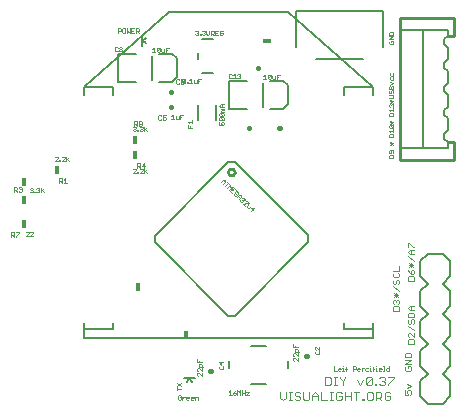
<source format=gto>
G75*
G70*
%OFA0B0*%
%FSLAX24Y24*%
%IPPOS*%
%LPD*%
%AMOC8*
5,1,8,0,0,1.08239X$1,22.5*
%
%ADD10C,0.0010*%
%ADD11C,0.0020*%
%ADD12C,0.0030*%
%ADD13C,0.0160*%
%ADD14C,0.0080*%
%ADD15C,0.0050*%
%ADD16R,0.0280X0.0160*%
%ADD17R,0.0160X0.0280*%
%ADD18C,0.0100*%
D10*
X004760Y005971D02*
X004760Y006121D01*
X004835Y006121D01*
X004860Y006096D01*
X004860Y006046D01*
X004835Y006021D01*
X004760Y006021D01*
X004810Y006021D02*
X004860Y005971D01*
X004908Y005971D02*
X004908Y005996D01*
X005008Y006096D01*
X005008Y006121D01*
X004908Y006121D01*
X005235Y006121D02*
X005260Y006146D01*
X005310Y006146D01*
X005335Y006121D01*
X005335Y006096D01*
X005235Y005996D01*
X005335Y005996D01*
X005383Y005996D02*
X005483Y006096D01*
X005483Y006121D01*
X005458Y006146D01*
X005408Y006146D01*
X005383Y006121D01*
X005383Y005996D02*
X005483Y005996D01*
X005455Y007456D02*
X005405Y007456D01*
X005380Y007481D01*
X005430Y007531D02*
X005455Y007531D01*
X005480Y007506D01*
X005480Y007481D01*
X005455Y007456D01*
X005527Y007456D02*
X005552Y007456D01*
X005552Y007481D01*
X005527Y007481D01*
X005527Y007456D01*
X005601Y007481D02*
X005626Y007456D01*
X005676Y007456D01*
X005701Y007481D01*
X005701Y007506D01*
X005676Y007531D01*
X005651Y007531D01*
X005676Y007531D02*
X005701Y007556D01*
X005701Y007581D01*
X005676Y007606D01*
X005626Y007606D01*
X005601Y007581D01*
X005480Y007581D02*
X005455Y007606D01*
X005405Y007606D01*
X005380Y007581D01*
X005455Y007531D02*
X005480Y007556D01*
X005480Y007581D01*
X005748Y007606D02*
X005748Y007456D01*
X005748Y007506D02*
X005848Y007606D01*
X005773Y007531D02*
X005848Y007456D01*
X006360Y007771D02*
X006360Y007921D01*
X006435Y007921D01*
X006460Y007896D01*
X006460Y007846D01*
X006435Y007821D01*
X006360Y007821D01*
X006410Y007821D02*
X006460Y007771D01*
X006508Y007771D02*
X006608Y007771D01*
X006558Y007771D02*
X006558Y007921D01*
X006508Y007871D01*
X006535Y008496D02*
X006435Y008496D01*
X006535Y008596D01*
X006535Y008621D01*
X006510Y008646D01*
X006460Y008646D01*
X006435Y008621D01*
X006387Y008521D02*
X006387Y008496D01*
X006362Y008496D01*
X006362Y008521D01*
X006387Y008521D01*
X006314Y008496D02*
X006214Y008496D01*
X006314Y008596D01*
X006314Y008621D01*
X006289Y008646D01*
X006239Y008646D01*
X006214Y008621D01*
X006583Y008646D02*
X006583Y008496D01*
X006583Y008546D02*
X006683Y008646D01*
X006608Y008571D02*
X006683Y008496D01*
X005102Y007606D02*
X005102Y007581D01*
X005077Y007556D01*
X005102Y007531D01*
X005102Y007506D01*
X005077Y007481D01*
X005027Y007481D01*
X005002Y007506D01*
X004955Y007481D02*
X004905Y007531D01*
X004930Y007531D02*
X004855Y007531D01*
X004855Y007481D02*
X004855Y007631D01*
X004930Y007631D01*
X004955Y007606D01*
X004955Y007556D01*
X004930Y007531D01*
X005002Y007606D02*
X005027Y007631D01*
X005077Y007631D01*
X005102Y007606D01*
X005077Y007556D02*
X005052Y007556D01*
X008814Y008096D02*
X008914Y008196D01*
X008914Y008221D01*
X008889Y008246D01*
X008839Y008246D01*
X008814Y008221D01*
X008814Y008096D02*
X008914Y008096D01*
X008962Y008096D02*
X008987Y008096D01*
X008987Y008121D01*
X008962Y008121D01*
X008962Y008096D01*
X009035Y008096D02*
X009135Y008196D01*
X009135Y008221D01*
X009110Y008246D01*
X009060Y008246D01*
X009035Y008221D01*
X009060Y008271D02*
X009010Y008321D01*
X009035Y008321D02*
X008960Y008321D01*
X008960Y008271D02*
X008960Y008421D01*
X009035Y008421D01*
X009060Y008396D01*
X009060Y008346D01*
X009035Y008321D01*
X009108Y008346D02*
X009208Y008346D01*
X009183Y008421D02*
X009108Y008346D01*
X009183Y008271D02*
X009183Y008421D01*
X009183Y008246D02*
X009183Y008096D01*
X009135Y008096D02*
X009035Y008096D01*
X009183Y008146D02*
X009283Y008246D01*
X009208Y008171D02*
X009283Y008096D01*
X009283Y009496D02*
X009208Y009571D01*
X009183Y009546D02*
X009283Y009646D01*
X009183Y009646D02*
X009183Y009496D01*
X009135Y009521D02*
X009110Y009496D01*
X009060Y009496D01*
X009035Y009521D01*
X008987Y009521D02*
X008987Y009496D01*
X008962Y009496D01*
X008962Y009521D01*
X008987Y009521D01*
X008914Y009521D02*
X008889Y009496D01*
X008839Y009496D01*
X008814Y009521D01*
X008864Y009571D02*
X008889Y009571D01*
X008914Y009546D01*
X008914Y009521D01*
X008889Y009571D02*
X008914Y009596D01*
X008914Y009621D01*
X008889Y009646D01*
X008839Y009646D01*
X008814Y009621D01*
X008860Y009671D02*
X008860Y009821D01*
X008935Y009821D01*
X008960Y009796D01*
X008960Y009746D01*
X008935Y009721D01*
X008860Y009721D01*
X008910Y009721D02*
X008960Y009671D01*
X009008Y009696D02*
X009008Y009721D01*
X009033Y009746D01*
X009083Y009746D01*
X009108Y009721D01*
X009108Y009696D01*
X009083Y009671D01*
X009033Y009671D01*
X009008Y009696D01*
X009033Y009746D02*
X009008Y009771D01*
X009008Y009796D01*
X009033Y009821D01*
X009083Y009821D01*
X009108Y009796D01*
X009108Y009771D01*
X009083Y009746D01*
X009060Y009646D02*
X009110Y009646D01*
X009135Y009621D01*
X009135Y009596D01*
X009110Y009571D01*
X009135Y009546D01*
X009135Y009521D01*
X009110Y009571D02*
X009085Y009571D01*
X009035Y009621D02*
X009060Y009646D01*
X009660Y009896D02*
X009685Y009871D01*
X009735Y009871D01*
X009760Y009896D01*
X009808Y009896D02*
X009833Y009871D01*
X009883Y009871D01*
X009908Y009896D01*
X009908Y009946D01*
X009883Y009971D01*
X009858Y009971D01*
X009808Y009946D01*
X009808Y010021D01*
X009908Y010021D01*
X009760Y009996D02*
X009735Y010021D01*
X009685Y010021D01*
X009660Y009996D01*
X009660Y009896D01*
X010088Y009896D02*
X010188Y009896D01*
X010138Y009896D02*
X010138Y010046D01*
X010088Y009996D01*
X010235Y009996D02*
X010235Y009921D01*
X010260Y009896D01*
X010335Y009896D01*
X010335Y009996D01*
X010383Y009971D02*
X010433Y009971D01*
X010383Y010046D02*
X010483Y010046D01*
X010383Y010046D02*
X010383Y009896D01*
X010645Y009803D02*
X010795Y009803D01*
X010795Y009753D02*
X010795Y009853D01*
X010695Y009753D02*
X010645Y009803D01*
X010645Y009706D02*
X010645Y009606D01*
X010795Y009606D01*
X010720Y009606D02*
X010720Y009656D01*
X011695Y009706D02*
X011770Y009706D01*
X011745Y009756D01*
X011745Y009781D01*
X011770Y009806D01*
X011820Y009806D01*
X011845Y009781D01*
X011845Y009731D01*
X011820Y009706D01*
X011695Y009706D02*
X011695Y009806D01*
X011720Y009853D02*
X011695Y009878D01*
X011695Y009928D01*
X011720Y009953D01*
X011820Y009853D01*
X011845Y009878D01*
X011845Y009928D01*
X011820Y009953D01*
X011720Y009953D01*
X011720Y010000D02*
X011695Y010025D01*
X011695Y010075D01*
X011720Y010100D01*
X011820Y010000D01*
X011845Y010025D01*
X011845Y010075D01*
X011820Y010100D01*
X011720Y010100D01*
X011745Y010148D02*
X011745Y010173D01*
X011770Y010198D01*
X011745Y010223D01*
X011770Y010248D01*
X011845Y010248D01*
X011845Y010295D02*
X011745Y010295D01*
X011695Y010345D01*
X011745Y010395D01*
X011845Y010395D01*
X011770Y010395D02*
X011770Y010295D01*
X011770Y010198D02*
X011845Y010198D01*
X011845Y010148D02*
X011745Y010148D01*
X011720Y010000D02*
X011820Y010000D01*
X011820Y009853D02*
X011720Y009853D01*
X010983Y011096D02*
X010983Y011246D01*
X011083Y011246D01*
X011033Y011171D02*
X010983Y011171D01*
X010935Y011196D02*
X010935Y011096D01*
X010860Y011096D01*
X010835Y011121D01*
X010835Y011196D01*
X010738Y011246D02*
X010738Y011096D01*
X010688Y011096D02*
X010788Y011096D01*
X010688Y011196D02*
X010738Y011246D01*
X010639Y011121D02*
X010639Y011096D01*
X010614Y011096D01*
X010614Y011121D01*
X010639Y011121D01*
X010567Y011121D02*
X010542Y011096D01*
X010492Y011096D01*
X010467Y011121D01*
X010567Y011221D01*
X010567Y011121D01*
X010508Y011146D02*
X010433Y011146D01*
X010408Y011171D01*
X010408Y011196D01*
X010433Y011221D01*
X010483Y011221D01*
X010508Y011196D01*
X010508Y011096D01*
X010483Y011071D01*
X010433Y011071D01*
X010408Y011096D01*
X010360Y011096D02*
X010335Y011071D01*
X010285Y011071D01*
X010260Y011096D01*
X010260Y011196D01*
X010285Y011221D01*
X010335Y011221D01*
X010360Y011196D01*
X010467Y011221D02*
X010492Y011246D01*
X010542Y011246D01*
X010567Y011221D01*
X010467Y011221D02*
X010467Y011121D01*
X009908Y012130D02*
X009908Y012280D01*
X010008Y012280D01*
X009958Y012205D02*
X009908Y012205D01*
X009860Y012230D02*
X009860Y012130D01*
X009785Y012130D01*
X009760Y012155D01*
X009760Y012230D01*
X009713Y012255D02*
X009613Y012155D01*
X009638Y012130D01*
X009688Y012130D01*
X009713Y012155D01*
X009713Y012255D01*
X009688Y012280D01*
X009638Y012280D01*
X009613Y012255D01*
X009613Y012155D01*
X009566Y012130D02*
X009466Y012130D01*
X009516Y012130D02*
X009516Y012280D01*
X009466Y012230D01*
X009008Y012771D02*
X008958Y012821D01*
X008983Y012821D02*
X008908Y012821D01*
X008908Y012771D02*
X008908Y012921D01*
X008983Y012921D01*
X009008Y012896D01*
X009008Y012846D01*
X008983Y012821D01*
X008860Y012771D02*
X008760Y012771D01*
X008760Y012921D01*
X008860Y012921D01*
X008810Y012846D02*
X008760Y012846D01*
X008713Y012771D02*
X008713Y012921D01*
X008613Y012921D02*
X008613Y012771D01*
X008663Y012821D01*
X008713Y012771D01*
X008566Y012796D02*
X008566Y012896D01*
X008541Y012921D01*
X008491Y012921D01*
X008466Y012896D01*
X008466Y012796D01*
X008491Y012771D01*
X008541Y012771D01*
X008566Y012796D01*
X008418Y012846D02*
X008393Y012821D01*
X008318Y012821D01*
X008318Y012771D02*
X008318Y012921D01*
X008393Y012921D01*
X008418Y012896D01*
X008418Y012846D01*
X008427Y012299D02*
X008452Y012274D01*
X008452Y012249D01*
X008427Y012224D01*
X008377Y012224D01*
X008352Y012249D01*
X008352Y012274D01*
X008377Y012299D01*
X008427Y012299D01*
X008427Y012224D02*
X008452Y012199D01*
X008452Y012174D01*
X008427Y012149D01*
X008377Y012149D01*
X008352Y012174D01*
X008352Y012199D01*
X008377Y012224D01*
X008305Y012174D02*
X008280Y012149D01*
X008230Y012149D01*
X008205Y012174D01*
X008205Y012274D01*
X008230Y012299D01*
X008280Y012299D01*
X008305Y012274D01*
X010897Y012721D02*
X010922Y012696D01*
X010972Y012696D01*
X010997Y012721D01*
X010997Y012746D01*
X010972Y012771D01*
X010947Y012771D01*
X010972Y012771D02*
X010997Y012796D01*
X010997Y012821D01*
X010972Y012846D01*
X010922Y012846D01*
X010897Y012821D01*
X011045Y012721D02*
X011070Y012721D01*
X011070Y012696D01*
X011045Y012696D01*
X011045Y012721D01*
X011118Y012721D02*
X011143Y012696D01*
X011193Y012696D01*
X011218Y012721D01*
X011218Y012746D01*
X011193Y012771D01*
X011168Y012771D01*
X011193Y012771D02*
X011218Y012796D01*
X011218Y012821D01*
X011193Y012846D01*
X011143Y012846D01*
X011118Y012821D01*
X011266Y012846D02*
X011266Y012746D01*
X011316Y012696D01*
X011366Y012746D01*
X011366Y012846D01*
X011413Y012846D02*
X011488Y012846D01*
X011513Y012821D01*
X011513Y012771D01*
X011488Y012746D01*
X011413Y012746D01*
X011463Y012746D02*
X011513Y012696D01*
X011560Y012696D02*
X011660Y012696D01*
X011708Y012721D02*
X011708Y012821D01*
X011733Y012846D01*
X011783Y012846D01*
X011808Y012821D01*
X011808Y012771D02*
X011758Y012771D01*
X011808Y012771D02*
X011808Y012721D01*
X011783Y012696D01*
X011733Y012696D01*
X011708Y012721D01*
X011610Y012771D02*
X011560Y012771D01*
X011560Y012846D02*
X011560Y012696D01*
X011413Y012696D02*
X011413Y012846D01*
X011560Y012846D02*
X011660Y012846D01*
X012030Y011399D02*
X012005Y011374D01*
X012005Y011274D01*
X012030Y011249D01*
X012080Y011249D01*
X012105Y011274D01*
X012152Y011249D02*
X012252Y011249D01*
X012202Y011249D02*
X012202Y011399D01*
X012152Y011349D01*
X012105Y011374D02*
X012080Y011399D01*
X012030Y011399D01*
X012300Y011374D02*
X012325Y011399D01*
X012375Y011399D01*
X012400Y011374D01*
X012400Y011349D01*
X012375Y011324D01*
X012400Y011299D01*
X012400Y011274D01*
X012375Y011249D01*
X012325Y011249D01*
X012300Y011274D01*
X012350Y011324D02*
X012375Y011324D01*
X013166Y011330D02*
X013216Y011380D01*
X013216Y011230D01*
X013166Y011230D02*
X013266Y011230D01*
X013313Y011255D02*
X013413Y011355D01*
X013413Y011255D01*
X013388Y011230D01*
X013338Y011230D01*
X013313Y011255D01*
X013313Y011355D01*
X013338Y011380D01*
X013388Y011380D01*
X013413Y011355D01*
X013460Y011330D02*
X013460Y011255D01*
X013485Y011230D01*
X013560Y011230D01*
X013560Y011330D01*
X013608Y011305D02*
X013658Y011305D01*
X013608Y011380D02*
X013708Y011380D01*
X013608Y011380D02*
X013608Y011230D01*
X017345Y010975D02*
X017370Y011000D01*
X017395Y011000D01*
X017420Y010975D01*
X017420Y010900D01*
X017445Y010853D02*
X017470Y010853D01*
X017495Y010828D01*
X017495Y010778D01*
X017470Y010753D01*
X017470Y010706D02*
X017345Y010706D01*
X017370Y010753D02*
X017395Y010753D01*
X017420Y010778D01*
X017420Y010828D01*
X017445Y010853D01*
X017495Y010900D02*
X017345Y010900D01*
X017345Y010975D01*
X017420Y010975D02*
X017445Y011000D01*
X017470Y011000D01*
X017495Y010975D01*
X017495Y010900D01*
X017370Y010853D02*
X017345Y010828D01*
X017345Y010778D01*
X017370Y010753D01*
X017470Y010706D02*
X017495Y010681D01*
X017495Y010631D01*
X017470Y010606D01*
X017345Y010606D01*
X017370Y010548D02*
X017470Y010448D01*
X017470Y010400D02*
X017495Y010375D01*
X017495Y010325D01*
X017470Y010300D01*
X017495Y010253D02*
X017495Y010153D01*
X017495Y010203D02*
X017345Y010203D01*
X017395Y010153D01*
X017370Y010106D02*
X017345Y010081D01*
X017345Y010006D01*
X017495Y010006D01*
X017495Y010081D01*
X017470Y010106D01*
X017370Y010106D01*
X017370Y010300D02*
X017345Y010325D01*
X017345Y010375D01*
X017370Y010400D01*
X017395Y010400D01*
X017420Y010375D01*
X017445Y010400D01*
X017470Y010400D01*
X017420Y010375D02*
X017420Y010350D01*
X017420Y010448D02*
X017420Y010548D01*
X017470Y010548D02*
X017370Y010448D01*
X017370Y010498D02*
X017470Y010498D01*
X017395Y011048D02*
X017495Y011098D01*
X017395Y011148D01*
X017420Y011195D02*
X017395Y011220D01*
X017395Y011295D01*
X017420Y011342D02*
X017395Y011367D01*
X017395Y011442D01*
X017495Y011442D02*
X017495Y011367D01*
X017470Y011342D01*
X017420Y011342D01*
X017495Y011295D02*
X017495Y011220D01*
X017470Y011195D01*
X017420Y011195D01*
X017370Y012406D02*
X017470Y012406D01*
X017495Y012431D01*
X017495Y012481D01*
X017470Y012506D01*
X017420Y012506D01*
X017420Y012456D01*
X017370Y012506D02*
X017345Y012481D01*
X017345Y012431D01*
X017370Y012406D01*
X017345Y012553D02*
X017495Y012653D01*
X017345Y012653D01*
X017345Y012700D02*
X017345Y012775D01*
X017370Y012800D01*
X017470Y012800D01*
X017495Y012775D01*
X017495Y012700D01*
X017345Y012700D01*
X017345Y012553D02*
X017495Y012553D01*
X017470Y009848D02*
X017370Y009748D01*
X017370Y009700D02*
X017470Y009600D01*
X017495Y009625D01*
X017495Y009675D01*
X017470Y009700D01*
X017370Y009700D01*
X017345Y009675D01*
X017345Y009625D01*
X017370Y009600D01*
X017470Y009600D01*
X017495Y009553D02*
X017495Y009453D01*
X017495Y009503D02*
X017345Y009503D01*
X017395Y009453D01*
X017370Y009406D02*
X017345Y009381D01*
X017345Y009306D01*
X017495Y009306D01*
X017495Y009381D01*
X017470Y009406D01*
X017370Y009406D01*
X017370Y009148D02*
X017470Y009048D01*
X017470Y009098D02*
X017370Y009098D01*
X017370Y009048D02*
X017470Y009148D01*
X017420Y009148D02*
X017420Y009048D01*
X017420Y008853D02*
X017420Y008778D01*
X017395Y008753D01*
X017370Y008753D01*
X017345Y008778D01*
X017345Y008828D01*
X017370Y008853D01*
X017470Y008853D01*
X017495Y008828D01*
X017495Y008778D01*
X017470Y008753D01*
X017470Y008706D02*
X017370Y008706D01*
X017345Y008681D01*
X017345Y008606D01*
X017495Y008606D01*
X017495Y008681D01*
X017470Y008706D01*
X017470Y009748D02*
X017370Y009848D01*
X017420Y009848D02*
X017420Y009748D01*
X017470Y009798D02*
X017370Y009798D01*
X012849Y006927D02*
X012743Y006820D01*
X012813Y006856D02*
X012742Y006926D01*
X012849Y006927D01*
X012762Y007013D02*
X012674Y006924D01*
X012638Y006924D01*
X012603Y006960D01*
X012603Y006995D01*
X012691Y007084D01*
X012640Y007099D02*
X012640Y007135D01*
X012604Y007170D01*
X012569Y007170D01*
X012536Y007203D02*
X012518Y007185D01*
X012482Y007185D01*
X012483Y007150D01*
X012465Y007132D01*
X012429Y007132D01*
X012394Y007168D01*
X012394Y007203D01*
X012343Y007219D02*
X012414Y007289D01*
X012413Y007360D01*
X012343Y007360D01*
X012272Y007289D01*
X012256Y007340D02*
X012291Y007376D01*
X012256Y007411D01*
X012256Y007340D02*
X012221Y007340D01*
X012185Y007376D01*
X012185Y007411D01*
X012256Y007482D01*
X012291Y007482D01*
X012327Y007447D01*
X012327Y007411D01*
X012325Y007342D02*
X012396Y007272D01*
X012465Y007274D02*
X012500Y007274D01*
X012535Y007239D01*
X012536Y007203D01*
X012482Y007185D02*
X012465Y007203D01*
X012481Y007081D02*
X012622Y007082D01*
X012640Y007099D01*
X012552Y007011D02*
X012481Y007081D01*
X012134Y007427D02*
X012063Y007497D01*
X012169Y007604D01*
X012240Y007533D01*
X012152Y007515D02*
X012116Y007550D01*
X012030Y007531D02*
X012136Y007637D01*
X012065Y007637D01*
X012065Y007708D01*
X011959Y007601D01*
X011890Y007670D02*
X011996Y007776D01*
X012031Y007741D02*
X011961Y007812D01*
X011892Y007809D02*
X011821Y007739D01*
X011874Y007792D02*
X011803Y007862D01*
X011821Y007880D02*
X011892Y007880D01*
X011892Y007809D01*
X011821Y007880D02*
X011750Y007809D01*
X014155Y002383D02*
X014155Y002283D01*
X014305Y002283D01*
X014280Y002236D02*
X014305Y002211D01*
X014305Y002136D01*
X014305Y002089D02*
X014305Y001989D01*
X014205Y002089D01*
X014180Y002089D01*
X014155Y002064D01*
X014155Y002014D01*
X014180Y001989D01*
X014180Y001941D02*
X014155Y001916D01*
X014155Y001866D01*
X014180Y001841D01*
X014180Y001941D02*
X014205Y001941D01*
X014305Y001841D01*
X014305Y001941D01*
X014355Y002136D02*
X014205Y002136D01*
X014205Y002211D01*
X014230Y002236D01*
X014280Y002236D01*
X014230Y002283D02*
X014230Y002333D01*
X014880Y002283D02*
X014880Y002233D01*
X014905Y002208D01*
X014905Y002161D02*
X014880Y002136D01*
X014880Y002086D01*
X014905Y002061D01*
X015005Y002061D01*
X015030Y002086D01*
X015030Y002136D01*
X015005Y002161D01*
X015030Y002208D02*
X014930Y002308D01*
X014905Y002308D01*
X014880Y002283D01*
X015030Y002308D02*
X015030Y002208D01*
X015505Y001656D02*
X015505Y001506D01*
X015605Y001506D01*
X015652Y001531D02*
X015652Y001581D01*
X015677Y001606D01*
X015727Y001606D01*
X015752Y001581D01*
X015752Y001556D01*
X015652Y001556D01*
X015652Y001531D02*
X015677Y001506D01*
X015727Y001506D01*
X015800Y001506D02*
X015850Y001506D01*
X015825Y001506D02*
X015825Y001606D01*
X015800Y001606D01*
X015825Y001656D02*
X015825Y001681D01*
X015923Y001631D02*
X015948Y001656D01*
X015923Y001631D02*
X015923Y001506D01*
X015898Y001581D02*
X015948Y001581D01*
X016143Y001556D02*
X016218Y001556D01*
X016243Y001581D01*
X016243Y001631D01*
X016218Y001656D01*
X016143Y001656D01*
X016143Y001506D01*
X016291Y001531D02*
X016291Y001581D01*
X016316Y001606D01*
X016366Y001606D01*
X016391Y001581D01*
X016391Y001556D01*
X016291Y001556D01*
X016291Y001531D02*
X016316Y001506D01*
X016366Y001506D01*
X016438Y001506D02*
X016438Y001606D01*
X016488Y001606D02*
X016513Y001606D01*
X016488Y001606D02*
X016438Y001556D01*
X016561Y001581D02*
X016561Y001531D01*
X016586Y001506D01*
X016661Y001506D01*
X016708Y001506D02*
X016758Y001506D01*
X016733Y001506D02*
X016733Y001606D01*
X016708Y001606D01*
X016661Y001606D02*
X016586Y001606D01*
X016561Y001581D01*
X016733Y001656D02*
X016733Y001681D01*
X016831Y001631D02*
X016831Y001506D01*
X016905Y001506D02*
X016955Y001506D01*
X016930Y001506D02*
X016930Y001606D01*
X016905Y001606D01*
X016856Y001581D02*
X016806Y001581D01*
X016831Y001631D02*
X016856Y001656D01*
X016930Y001656D02*
X016930Y001681D01*
X017003Y001581D02*
X017028Y001606D01*
X017078Y001606D01*
X017103Y001581D01*
X017103Y001556D01*
X017003Y001556D01*
X017003Y001531D02*
X017003Y001581D01*
X017003Y001531D02*
X017028Y001506D01*
X017078Y001506D01*
X017150Y001506D02*
X017200Y001506D01*
X017175Y001506D02*
X017175Y001656D01*
X017150Y001656D01*
X017248Y001581D02*
X017248Y001531D01*
X017273Y001506D01*
X017348Y001506D01*
X017348Y001656D01*
X017348Y001606D02*
X017273Y001606D01*
X017248Y001581D01*
X012694Y000806D02*
X012594Y000706D01*
X012694Y000706D01*
X012694Y000806D02*
X012594Y000806D01*
X012547Y000781D02*
X012447Y000781D01*
X012447Y000706D02*
X012447Y000856D01*
X012400Y000856D02*
X012400Y000706D01*
X012300Y000706D02*
X012300Y000856D01*
X012350Y000806D01*
X012400Y000856D01*
X012547Y000856D02*
X012547Y000706D01*
X012252Y000731D02*
X012227Y000706D01*
X012177Y000706D01*
X012152Y000731D01*
X012152Y000781D01*
X012227Y000781D01*
X012252Y000756D01*
X012252Y000731D01*
X012202Y000831D02*
X012152Y000781D01*
X012202Y000831D02*
X012252Y000856D01*
X012055Y000856D02*
X012055Y000706D01*
X012005Y000706D02*
X012105Y000706D01*
X012005Y000806D02*
X012055Y000856D01*
X011105Y001341D02*
X011005Y001441D01*
X010980Y001441D01*
X010955Y001416D01*
X010955Y001366D01*
X010980Y001341D01*
X011105Y001341D02*
X011105Y001441D01*
X011105Y001489D02*
X011005Y001589D01*
X010980Y001589D01*
X010955Y001564D01*
X010955Y001514D01*
X010980Y001489D01*
X011105Y001489D02*
X011105Y001589D01*
X011105Y001636D02*
X011105Y001711D01*
X011080Y001736D01*
X011030Y001736D01*
X011005Y001711D01*
X011005Y001636D01*
X011155Y001636D01*
X011105Y001783D02*
X010955Y001783D01*
X010955Y001883D01*
X011030Y001833D02*
X011030Y001783D01*
X011680Y001783D02*
X011755Y001708D01*
X011755Y001808D01*
X011830Y001783D02*
X011680Y001783D01*
X011705Y001661D02*
X011680Y001636D01*
X011680Y001586D01*
X011705Y001561D01*
X011805Y001561D01*
X011830Y001586D01*
X011830Y001636D01*
X011805Y001661D01*
X010958Y000646D02*
X010983Y000621D01*
X010983Y000546D01*
X010883Y000546D02*
X010883Y000646D01*
X010958Y000646D01*
X010835Y000621D02*
X010835Y000596D01*
X010735Y000596D01*
X010735Y000621D02*
X010760Y000646D01*
X010810Y000646D01*
X010835Y000621D01*
X010810Y000546D02*
X010760Y000546D01*
X010735Y000571D01*
X010735Y000621D01*
X010688Y000621D02*
X010688Y000596D01*
X010588Y000596D01*
X010588Y000621D02*
X010613Y000646D01*
X010663Y000646D01*
X010688Y000621D01*
X010663Y000546D02*
X010613Y000546D01*
X010588Y000571D01*
X010588Y000621D01*
X010540Y000646D02*
X010515Y000646D01*
X010465Y000596D01*
X010465Y000546D02*
X010465Y000646D01*
X010418Y000671D02*
X010393Y000696D01*
X010343Y000696D01*
X010318Y000671D01*
X010318Y000571D01*
X010343Y000546D01*
X010393Y000546D01*
X010418Y000571D01*
X010418Y000621D01*
X010368Y000621D01*
X010270Y000856D02*
X010270Y000956D01*
X010270Y001003D02*
X010420Y001103D01*
X010420Y001003D02*
X010270Y001103D01*
X010270Y000906D02*
X010420Y000906D01*
D11*
X017470Y003511D02*
X017470Y003621D01*
X017507Y003657D01*
X017653Y003657D01*
X017690Y003621D01*
X017690Y003511D01*
X017470Y003511D01*
X017507Y003732D02*
X017470Y003768D01*
X017470Y003842D01*
X017507Y003878D01*
X017543Y003878D01*
X017580Y003842D01*
X017617Y003878D01*
X017653Y003878D01*
X017690Y003842D01*
X017690Y003768D01*
X017653Y003732D01*
X017580Y003805D02*
X017580Y003842D01*
X017580Y003953D02*
X017580Y004099D01*
X017653Y004099D02*
X017507Y003953D01*
X017507Y004026D02*
X017653Y004026D01*
X017653Y003953D02*
X017507Y004099D01*
X017690Y004174D02*
X017470Y004320D01*
X017507Y004395D02*
X017543Y004395D01*
X017580Y004431D01*
X017580Y004505D01*
X017617Y004541D01*
X017653Y004541D01*
X017690Y004505D01*
X017690Y004431D01*
X017653Y004395D01*
X017507Y004395D02*
X017470Y004431D01*
X017470Y004505D01*
X017507Y004541D01*
X017507Y004616D02*
X017653Y004616D01*
X017690Y004652D01*
X017690Y004726D01*
X017653Y004762D01*
X017690Y004837D02*
X017690Y004983D01*
X017690Y004837D02*
X017470Y004837D01*
X017507Y004762D02*
X017470Y004726D01*
X017470Y004652D01*
X017507Y004616D01*
X017970Y004621D02*
X017970Y004511D01*
X018190Y004511D01*
X018190Y004621D01*
X018153Y004657D01*
X018007Y004657D01*
X017970Y004621D01*
X018080Y004732D02*
X018080Y004842D01*
X018117Y004878D01*
X018153Y004878D01*
X018190Y004842D01*
X018190Y004768D01*
X018153Y004732D01*
X018080Y004732D01*
X018007Y004805D01*
X017970Y004878D01*
X018007Y004953D02*
X018153Y005099D01*
X018153Y005026D02*
X018007Y005026D01*
X018007Y005099D02*
X018153Y004953D01*
X018080Y004953D02*
X018080Y005099D01*
X018190Y005174D02*
X017970Y005320D01*
X018043Y005395D02*
X017970Y005468D01*
X018043Y005541D01*
X018190Y005541D01*
X018190Y005616D02*
X018153Y005616D01*
X018007Y005762D01*
X017970Y005762D01*
X017970Y005616D01*
X018080Y005541D02*
X018080Y005395D01*
X018043Y005395D02*
X018190Y005395D01*
X018190Y003662D02*
X018043Y003662D01*
X017970Y003589D01*
X018043Y003516D01*
X018190Y003516D01*
X018153Y003441D02*
X018007Y003441D01*
X017970Y003405D01*
X017970Y003295D01*
X018190Y003295D01*
X018190Y003405D01*
X018153Y003441D01*
X018080Y003516D02*
X018080Y003662D01*
X018117Y003220D02*
X018153Y003220D01*
X018190Y003184D01*
X018190Y003110D01*
X018153Y003074D01*
X018080Y003110D02*
X018080Y003184D01*
X018117Y003220D01*
X018007Y003220D02*
X017970Y003184D01*
X017970Y003110D01*
X018007Y003074D01*
X018043Y003074D01*
X018080Y003110D01*
X017970Y002999D02*
X018190Y002853D01*
X018190Y002778D02*
X018190Y002632D01*
X018043Y002778D01*
X018007Y002778D01*
X017970Y002742D01*
X017970Y002668D01*
X018007Y002632D01*
X018007Y002557D02*
X017970Y002521D01*
X017970Y002411D01*
X018190Y002411D01*
X018190Y002521D01*
X018153Y002557D01*
X018007Y002557D01*
X018053Y002099D02*
X017907Y002099D01*
X017870Y002063D01*
X017870Y001953D01*
X018090Y001953D01*
X018090Y002063D01*
X018053Y002099D01*
X018090Y001878D02*
X017870Y001878D01*
X017870Y001732D02*
X018090Y001878D01*
X018090Y001732D02*
X017870Y001732D01*
X017907Y001657D02*
X017870Y001621D01*
X017870Y001547D01*
X017907Y001511D01*
X018053Y001511D01*
X018090Y001547D01*
X018090Y001621D01*
X018053Y001657D01*
X017980Y001657D01*
X017980Y001584D01*
X017943Y001078D02*
X018090Y001005D01*
X017943Y000932D01*
X017980Y000857D02*
X018053Y000857D01*
X018090Y000821D01*
X018090Y000747D01*
X018053Y000711D01*
X017980Y000711D02*
X017943Y000784D01*
X017943Y000821D01*
X017980Y000857D01*
X017870Y000857D02*
X017870Y000711D01*
X017980Y000711D01*
D12*
X017395Y000758D02*
X017347Y000806D01*
X017250Y000806D01*
X017202Y000758D01*
X017202Y000564D01*
X017250Y000516D01*
X017347Y000516D01*
X017395Y000564D01*
X017395Y000661D01*
X017298Y000661D01*
X017101Y000661D02*
X017101Y000758D01*
X017052Y000806D01*
X016907Y000806D01*
X016907Y000516D01*
X016907Y000612D02*
X017052Y000612D01*
X017101Y000661D01*
X017004Y000612D02*
X017101Y000516D01*
X016806Y000564D02*
X016806Y000758D01*
X016758Y000806D01*
X016661Y000806D01*
X016612Y000758D01*
X016612Y000564D01*
X016661Y000516D01*
X016758Y000516D01*
X016806Y000564D01*
X016513Y000564D02*
X016513Y000516D01*
X016465Y000516D01*
X016465Y000564D01*
X016513Y000564D01*
X016267Y000516D02*
X016267Y000806D01*
X016170Y000806D02*
X016364Y000806D01*
X016069Y000806D02*
X016069Y000516D01*
X016069Y000661D02*
X015876Y000661D01*
X015775Y000661D02*
X015775Y000564D01*
X015726Y000516D01*
X015630Y000516D01*
X015581Y000564D01*
X015581Y000758D01*
X015630Y000806D01*
X015726Y000806D01*
X015775Y000758D01*
X015775Y000661D02*
X015678Y000661D01*
X015481Y000806D02*
X015385Y000806D01*
X015433Y000806D02*
X015433Y000516D01*
X015385Y000516D02*
X015481Y000516D01*
X015284Y000516D02*
X015090Y000516D01*
X015090Y000806D01*
X014989Y000709D02*
X014989Y000516D01*
X014989Y000661D02*
X014795Y000661D01*
X014795Y000709D02*
X014892Y000806D01*
X014989Y000709D01*
X014795Y000709D02*
X014795Y000516D01*
X014694Y000564D02*
X014694Y000806D01*
X014501Y000806D02*
X014501Y000564D01*
X014549Y000516D01*
X014646Y000516D01*
X014694Y000564D01*
X014400Y000564D02*
X014351Y000516D01*
X014254Y000516D01*
X014206Y000564D01*
X014254Y000661D02*
X014206Y000709D01*
X014206Y000758D01*
X014254Y000806D01*
X014351Y000806D01*
X014400Y000758D01*
X014351Y000661D02*
X014400Y000612D01*
X014400Y000564D01*
X014351Y000661D02*
X014254Y000661D01*
X014106Y000806D02*
X014010Y000806D01*
X014058Y000806D02*
X014058Y000516D01*
X014010Y000516D02*
X014106Y000516D01*
X013908Y000612D02*
X013908Y000806D01*
X013715Y000806D02*
X013715Y000612D01*
X013812Y000516D01*
X013908Y000612D01*
X015215Y001016D02*
X015360Y001016D01*
X015408Y001064D01*
X015408Y001258D01*
X015360Y001306D01*
X015215Y001306D01*
X015215Y001016D01*
X015510Y001016D02*
X015606Y001016D01*
X015558Y001016D02*
X015558Y001306D01*
X015510Y001306D02*
X015606Y001306D01*
X015706Y001306D02*
X015706Y001258D01*
X015803Y001161D01*
X015803Y001016D01*
X015803Y001161D02*
X015900Y001258D01*
X015900Y001306D01*
X016295Y001209D02*
X016392Y001016D01*
X016489Y001209D01*
X016590Y001258D02*
X016638Y001306D01*
X016735Y001306D01*
X016784Y001258D01*
X016590Y001064D01*
X016638Y001016D01*
X016735Y001016D01*
X016784Y001064D01*
X016784Y001258D01*
X016590Y001258D02*
X016590Y001064D01*
X016885Y001064D02*
X016933Y001064D01*
X016933Y001016D01*
X016885Y001016D01*
X016885Y001064D01*
X017032Y001064D02*
X017080Y001016D01*
X017177Y001016D01*
X017226Y001064D01*
X017226Y001112D01*
X017177Y001161D01*
X017129Y001161D01*
X017177Y001161D02*
X017226Y001209D01*
X017226Y001258D01*
X017177Y001306D01*
X017080Y001306D01*
X017032Y001258D01*
X017327Y001306D02*
X017520Y001306D01*
X017520Y001258D01*
X017327Y001064D01*
X017327Y001016D01*
X015876Y000806D02*
X015876Y000516D01*
D13*
X014612Y002001D02*
X014588Y002001D01*
X011412Y001501D02*
X011388Y001501D01*
X012700Y009589D02*
X012700Y009613D01*
X013688Y009601D02*
X013712Y009601D01*
X013000Y011589D02*
X013000Y011613D01*
X010100Y010813D02*
X010100Y010789D01*
X010100Y010313D02*
X010100Y010289D01*
D14*
X007177Y002601D02*
X016823Y002601D01*
X016823Y002896D01*
X016823Y003112D01*
X016823Y002896D02*
X015839Y002896D01*
X015839Y003112D01*
X013984Y001819D02*
X013984Y001583D01*
X013236Y001071D02*
X012764Y001071D01*
X012016Y001583D02*
X012016Y001819D01*
X012764Y002331D02*
X013236Y002331D01*
X012216Y003340D02*
X011993Y003339D01*
X009539Y005785D01*
X009539Y006008D01*
X011984Y008462D01*
X012207Y008462D01*
X014661Y006016D01*
X014661Y005794D01*
X012216Y003340D01*
X010881Y001268D02*
X010700Y001268D01*
X010792Y001146D01*
X010700Y001268D02*
X010519Y001268D01*
X010614Y001146D02*
X010690Y001261D01*
X008161Y002896D02*
X008161Y003112D01*
X008161Y002896D02*
X007177Y002896D01*
X007177Y003112D01*
X007177Y002896D02*
X007177Y002601D01*
X011000Y009851D02*
X011000Y010351D01*
X011600Y010351D02*
X011600Y009851D01*
X012016Y010228D02*
X012016Y011173D01*
X012606Y011173D01*
X013394Y011173D02*
X013827Y011173D01*
X013984Y011016D01*
X013984Y010386D01*
X013827Y010228D01*
X013394Y010228D01*
X012606Y010228D02*
X012016Y010228D01*
X011469Y011441D02*
X011131Y011441D01*
X010981Y011895D02*
X010981Y012106D01*
X011131Y012561D02*
X011469Y012561D01*
X010284Y011916D02*
X010127Y012073D01*
X009694Y012073D01*
X010284Y011916D02*
X010284Y011286D01*
X010127Y011128D01*
X009694Y011128D01*
X008906Y011128D02*
X008316Y011128D01*
X008316Y012073D01*
X008906Y012073D01*
X009133Y012320D02*
X009133Y012501D01*
X009255Y012593D01*
X009133Y012682D02*
X009133Y012501D01*
X009139Y012491D02*
X009255Y012415D01*
X010031Y013467D02*
X007177Y010967D01*
X007177Y010711D01*
X007177Y010967D02*
X008161Y010967D01*
X008161Y010711D01*
X010031Y013467D02*
X013969Y013467D01*
X016823Y010967D01*
X015839Y010967D01*
X015839Y010711D01*
X016823Y010711D02*
X016823Y010967D01*
X016487Y011913D02*
X014913Y011913D01*
X014263Y012307D02*
X014263Y013488D01*
X017137Y013488D01*
X017137Y012307D01*
X018650Y005401D02*
X019150Y005401D01*
X019400Y005151D01*
X019400Y004651D01*
X019150Y004401D01*
X019400Y004151D01*
X019400Y003651D01*
X019150Y003401D01*
X019400Y003151D01*
X019400Y002651D01*
X019150Y002401D01*
X019400Y002151D01*
X019400Y001651D01*
X019150Y001401D01*
X019400Y001151D01*
X019400Y000651D01*
X019150Y000401D01*
X018650Y000401D01*
X018400Y000651D01*
X018400Y001151D01*
X018650Y001401D01*
X018400Y001651D01*
X018400Y002151D01*
X018650Y002401D01*
X018400Y002651D01*
X018400Y003151D01*
X018650Y003401D01*
X018400Y003651D01*
X018400Y004151D01*
X018650Y004401D01*
X018400Y004651D01*
X018400Y005151D01*
X018650Y005401D01*
D15*
X018500Y008932D02*
X017752Y008932D01*
X017752Y012869D01*
X018500Y012869D01*
X018500Y008932D01*
X019319Y008932D01*
X019319Y009129D01*
X019201Y009247D01*
X019201Y009405D01*
X019319Y009523D01*
X019319Y009916D01*
X019201Y010034D01*
X019201Y010192D01*
X019319Y010310D01*
X019319Y010704D01*
X019201Y010822D01*
X019201Y010979D01*
X019319Y011097D01*
X019319Y011491D01*
X019201Y011609D01*
X019201Y011767D01*
X019319Y011885D01*
X019319Y012279D01*
X019201Y012397D01*
X019201Y012554D01*
X019319Y012672D01*
X019319Y012869D01*
X018500Y012869D01*
X013150Y011101D02*
X013150Y010301D01*
X009450Y011201D02*
X009450Y012001D01*
D16*
X013300Y012501D03*
D17*
X008900Y009201D03*
X008900Y008701D03*
X006300Y008201D03*
X005200Y007801D03*
X005200Y007201D03*
X005200Y006401D03*
X009000Y004301D03*
X010600Y002701D03*
D18*
X011985Y008128D02*
X011987Y008148D01*
X011992Y008168D01*
X012002Y008186D01*
X012014Y008203D01*
X012029Y008217D01*
X012047Y008227D01*
X012066Y008235D01*
X012086Y008239D01*
X012106Y008239D01*
X012126Y008235D01*
X012145Y008227D01*
X012163Y008217D01*
X012178Y008203D01*
X012190Y008186D01*
X012200Y008168D01*
X012205Y008148D01*
X012207Y008128D01*
X012205Y008108D01*
X012200Y008088D01*
X012190Y008070D01*
X012178Y008053D01*
X012163Y008039D01*
X012145Y008029D01*
X012126Y008021D01*
X012106Y008017D01*
X012086Y008017D01*
X012066Y008021D01*
X012047Y008029D01*
X012029Y008039D01*
X012014Y008053D01*
X012002Y008070D01*
X011992Y008088D01*
X011987Y008108D01*
X011985Y008128D01*
X017713Y008538D02*
X019516Y008538D01*
X019516Y009129D01*
X019319Y009129D01*
X017713Y008538D02*
X017713Y013263D01*
X019516Y013263D01*
X019516Y012672D01*
X019319Y012672D01*
M02*

</source>
